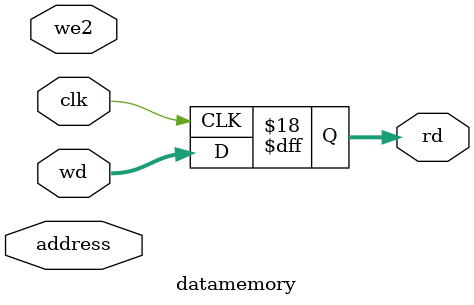
<source format=sv>
`timescale 1ns / 1ps


module datamemory(
    input logic       clk,
    input [31:0] address,
    input [31:0] wd,
    input we2,
    output reg [31:0] rd
    );
    
    logic [31:0] mem[127:0];
    
    always_ff @(posedge clk) begin
        if(we2)
         mem[address] <= wd;
         rd <= wd; 
    end

endmodule

</source>
